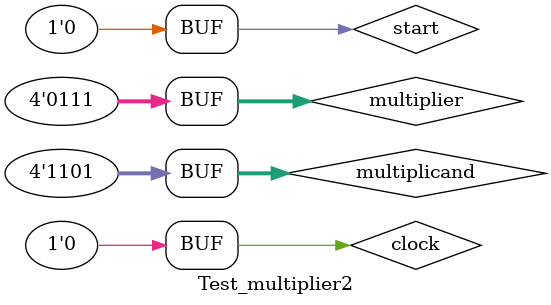
<source format=v>
`timescale 1ns / 1ps


module Test_multiplier2;

	// Inputs
	wire [7:0] product;
	reg [3:0] multiplicand;
	reg [3:0] multiplier;
	reg clock;
	reg start;
	wire busy;

	// Instantiate the Unit Under Test (UUT)
	Booth_Multiplier_II uut (
		.product(product), 
		.multiplicand(multiplicand), 
		.multiplier(multiplier), 
		.clock(clock), 
		.start(start), 
		.busy(busy)
	);

	initial begin
		// Initialize Inputs
		
		multiplicand = -3;
		multiplier = 7;
		clock = 0;
		start = 0;
		

		// Wait 100 ns for global reset to finish
		#100;
        
		// Add stimulus here

	end
      
endmodule


</source>
